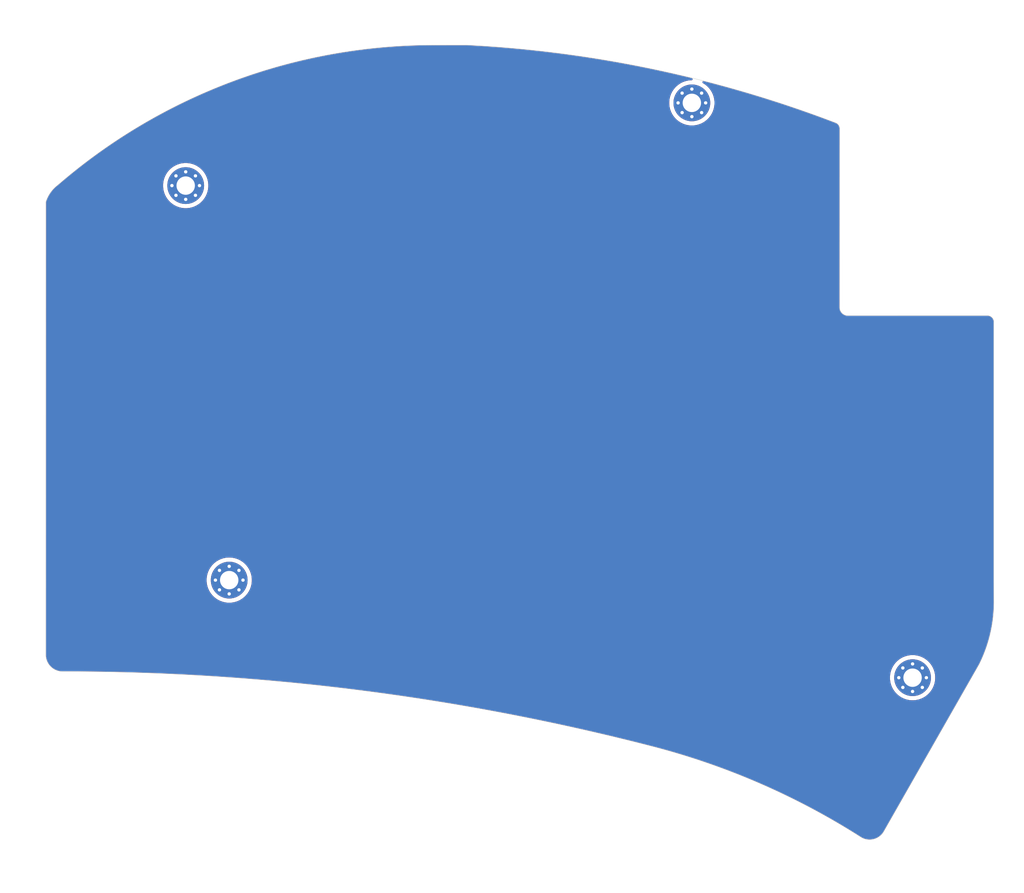
<source format=kicad_pcb>
(kicad_pcb (version 20241229) (generator "pcbnew") (generator_version "9.0")
  (layers (0 "F.Cu" signal) (2 "B.Cu" signal) (13 "F.Paste" user) (15 "B.Paste" user) (5 "F.SilkS" user "F.Silkscreen") (7 "B.SilkS" user "B.Silkscreen") (1 "F.Mask" user) (3 "B.Mask" user) (25 "Edge.Cuts" user))
  (net 0 "")
  (footprint "MountingHole:MountingHole_2.2mm_M2_Pad_Via" (layer "F.Cu") (at 52.197 66.294)
    (property "Reference" "Mounting 04" (hide yes))
    (property "Value" "MountingHole_2.2mm_M2_Pad_Via")
    (pad "1" thru_hole circle (at -1.65 0) (size 0.7 0.7) (drill 0.4) (layers "*.Cu" "*.Mask"))
    (pad "1" thru_hole circle (at -1.166726 -1.166726) (size 0.7 0.7) (drill 0.4) (layers "*.Cu" "*.Mask"))
    (pad "1" thru_hole circle (at -1.166726 1.166726) (size 0.7 0.7) (drill 0.4) (layers "*.Cu" "*.Mask"))
    (pad "1" thru_hole circle (at 0 -1.65) (size 0.7 0.7) (drill 0.4) (layers "*.Cu" "*.Mask"))
    (pad "1" thru_hole circle (at 0 0) (size 4.4 4.4) (drill 2.2) (layers "*.Cu" "*.Mask"))
    (pad "1" thru_hole circle (at 0 1.65) (size 0.7 0.7) (drill 0.4) (layers "*.Cu" "*.Mask"))
    (pad "1" thru_hole circle (at 1.166726 -1.166726) (size 0.7 0.7) (drill 0.4) (layers "*.Cu" "*.Mask"))
    (pad "1" thru_hole circle (at 1.166726 1.166726) (size 0.7 0.7) (drill 0.4) (layers "*.Cu" "*.Mask"))
    (pad "1" thru_hole circle (at 1.65 0) (size 0.7 0.7) (drill 0.4) (layers "*.Cu" "*.Mask"))
  )
  (footprint "MountingHole:MountingHole_2.2mm_M2_Pad_Via" (layer "F.Cu") (at 57.404 113.538)
    (property "Reference" "Mounting 03" (hide yes))
    (property "Value" "MountingHole_2.2mm_M2_Pad_Via")
    (pad "1" thru_hole circle (at -1.65 0) (size 0.7 0.7) (drill 0.4) (layers "*.Cu" "*.Mask"))
    (pad "1" thru_hole circle (at -1.166726 -1.166726) (size 0.7 0.7) (drill 0.4) (layers "*.Cu" "*.Mask"))
    (pad "1" thru_hole circle (at -1.166726 1.166726) (size 0.7 0.7) (drill 0.4) (layers "*.Cu" "*.Mask"))
    (pad "1" thru_hole circle (at 0 -1.65) (size 0.7 0.7) (drill 0.4) (layers "*.Cu" "*.Mask"))
    (pad "1" thru_hole circle (at 0 0) (size 4.4 4.4) (drill 2.2) (layers "*.Cu" "*.Mask"))
    (pad "1" thru_hole circle (at 0 1.65) (size 0.7 0.7) (drill 0.4) (layers "*.Cu" "*.Mask"))
    (pad "1" thru_hole circle (at 1.166726 -1.166726) (size 0.7 0.7) (drill 0.4) (layers "*.Cu" "*.Mask"))
    (pad "1" thru_hole circle (at 1.166726 1.166726) (size 0.7 0.7) (drill 0.4) (layers "*.Cu" "*.Mask"))
    (pad "1" thru_hole circle (at 1.65 0) (size 0.7 0.7) (drill 0.4) (layers "*.Cu" "*.Mask"))
  )
  (footprint "MountingHole:MountingHole_2.2mm_M2_Pad_Via" (layer "F.Cu") (at 112.776 56.388)
    (property "Reference" "Mounting 01" (hide yes))
    (property "Value" "MountingHole_2.2mm_M2_Pad_Via")
    (pad "1" thru_hole circle (at -1.65 0) (size 0.7 0.7) (drill 0.4) (layers "*.Cu" "*.Mask"))
    (pad "1" thru_hole circle (at -1.166726 -1.166726) (size 0.7 0.7) (drill 0.4) (layers "*.Cu" "*.Mask"))
    (pad "1" thru_hole circle (at -1.166726 1.166726) (size 0.7 0.7) (drill 0.4) (layers "*.Cu" "*.Mask"))
    (pad "1" thru_hole circle (at 0 -1.65) (size 0.7 0.7) (drill 0.4) (layers "*.Cu" "*.Mask"))
    (pad "1" thru_hole circle (at 0 0) (size 4.4 4.4) (drill 2.2) (layers "*.Cu" "*.Mask"))
    (pad "1" thru_hole circle (at 0 1.65) (size 0.7 0.7) (drill 0.4) (layers "*.Cu" "*.Mask"))
    (pad "1" thru_hole circle (at 1.166726 -1.166726) (size 0.7 0.7) (drill 0.4) (layers "*.Cu" "*.Mask"))
    (pad "1" thru_hole circle (at 1.166726 1.166726) (size 0.7 0.7) (drill 0.4) (layers "*.Cu" "*.Mask"))
    (pad "1" thru_hole circle (at 1.65 0) (size 0.7 0.7) (drill 0.4) (layers "*.Cu" "*.Mask"))
  )
  (footprint "MountingHole:MountingHole_2.2mm_M2_Pad_Via" (layer "F.Cu") (at 139.192 125.222)
    (property "Reference" "Mounting 02" (hide yes))
    (property "Value" "MountingHole_2.2mm_M2_Pad_Via")
    (pad "1" thru_hole circle (at -1.65 0) (size 0.7 0.7) (drill 0.4) (layers "*.Cu" "*.Mask"))
    (pad "1" thru_hole circle (at -1.166726 -1.166726) (size 0.7 0.7) (drill 0.4) (layers "*.Cu" "*.Mask"))
    (pad "1" thru_hole circle (at -1.166726 1.166726) (size 0.7 0.7) (drill 0.4) (layers "*.Cu" "*.Mask"))
    (pad "1" thru_hole circle (at 0 -1.65) (size 0.7 0.7) (drill 0.4) (layers "*.Cu" "*.Mask"))
    (pad "1" thru_hole circle (at 0 0) (size 4.4 4.4) (drill 2.2) (layers "*.Cu" "*.Mask"))
    (pad "1" thru_hole circle (at 0 1.65) (size 0.7 0.7) (drill 0.4) (layers "*.Cu" "*.Mask"))
    (pad "1" thru_hole circle (at 1.166726 -1.166726) (size 0.7 0.7) (drill 0.4) (layers "*.Cu" "*.Mask"))
    (pad "1" thru_hole circle (at 1.166726 1.166726) (size 0.7 0.7) (drill 0.4) (layers "*.Cu" "*.Mask"))
    (pad "1" thru_hole circle (at 1.65 0) (size 0.7 0.7) (drill 0.4) (layers "*.Cu" "*.Mask"))
  )
  (gr_arc (start 148.162 81.866) (mid 148.69233 82.08567) (end 148.912 82.616) (stroke (width 0.05)) (layer "Edge.Cuts"))
  (gr_line (start 131.458 81.868917) (end 148.162 81.866) (stroke (width 0.05)) (layer "Edge.Cuts"))
  (gr_line (start 147.161679 123.613657) (end 135.71 143.699265) (stroke (width 0.05)) (layer "Edge.Cuts"))
  (gr_arc (start 148.924 116.248) (mid 148.462831 120.031316) (end 147.161679 123.613657) (stroke (width 0.05)) (layer "Edge.Cuts"))
  (gr_line (start 148.912 82.616) (end 148.912 113.7285) (stroke (width 0.05)) (layer "Edge.Cuts"))
  (gr_line (start 148.912 113.7285) (end 148.924 116.248) (stroke (width 0.05)) (layer "Edge.Cuts"))
  (gr_arc (start 131.458 81.868917) (mid 130.750893 81.576024) (end 130.458 80.868917) (stroke (width 0.05)) (layer "Edge.Cuts"))
  (gr_line (start 130.458 80.868917) (end 130.463 59.473) (stroke (width 0.05)) (layer "Edge.Cuts"))
  (gr_arc (start 35.465859 68.23732) (mid 36.022742 67.119147) (end 36.893 66.223) (stroke (width 0.05)) (layer "Edge.Cuts"))
  (gr_arc (start 85.843124 49.465561) (mid 108.303617 52.385977) (end 130.028245 58.79247) (stroke (width 0.05)) (layer "Edge.Cuts"))
  (gr_line (start 37.768 124.474571) (end 37.493002 124.473917) (stroke (width 0.05)) (layer "Edge.Cuts"))
  (gr_arc (start 107.797707 133.384137) (mid 120.821222 137.841207) (end 132.978 144.298) (stroke (width 0.05)) (layer "Edge.Cuts"))
  (gr_arc (start 37.768 124.474571) (mid 73.062876 126.72836) (end 107.797707 133.384137) (stroke (width 0.05)) (layer "Edge.Cuts"))
  (gr_arc (start 37.493002 124.473917) (mid 36.080534 123.924716) (end 35.458001 122.542999) (stroke (width 0.05)) (layer "Edge.Cuts"))
  (gr_arc (start 135.71 143.699265) (mid 134.468995 144.56898) (end 132.978 144.298) (stroke (width 0.05)) (layer "Edge.Cuts"))
  (gr_arc (start 130.028245 58.79247) (mid 130.345034 59.069226) (end 130.463 59.473) (stroke (width 0.05)) (layer "Edge.Cuts"))
  (gr_line (start 35.465859 68.23732) (end 35.458001 122.542999) (stroke (width 0.05)) (layer "Edge.Cuts"))
  (gr_line (start 85.843124 49.465561) (end 81.868 49.468) (stroke (width 0.05)) (layer "Edge.Cuts"))
  (gr_arc (start 36.893 66.223) (mid 57.870705 53.792798) (end 81.868 49.468) (stroke (width 0.05)) (layer "Edge.Cuts"))
  (zone (net 0) (net_name "") (layers "F.Cu" "B.Cu") (connect_pads (clearance 0.508)) (min_thickness 0.254) (fill yes (thermal_gap 0.508) (thermal_bridge_width 0.508))
    (polygon (pts (xy 29.972 44.069) (xy 152.527 44.069) (xy 152.527 151.003) (xy 29.972 151.003)))
  )
)
</source>
